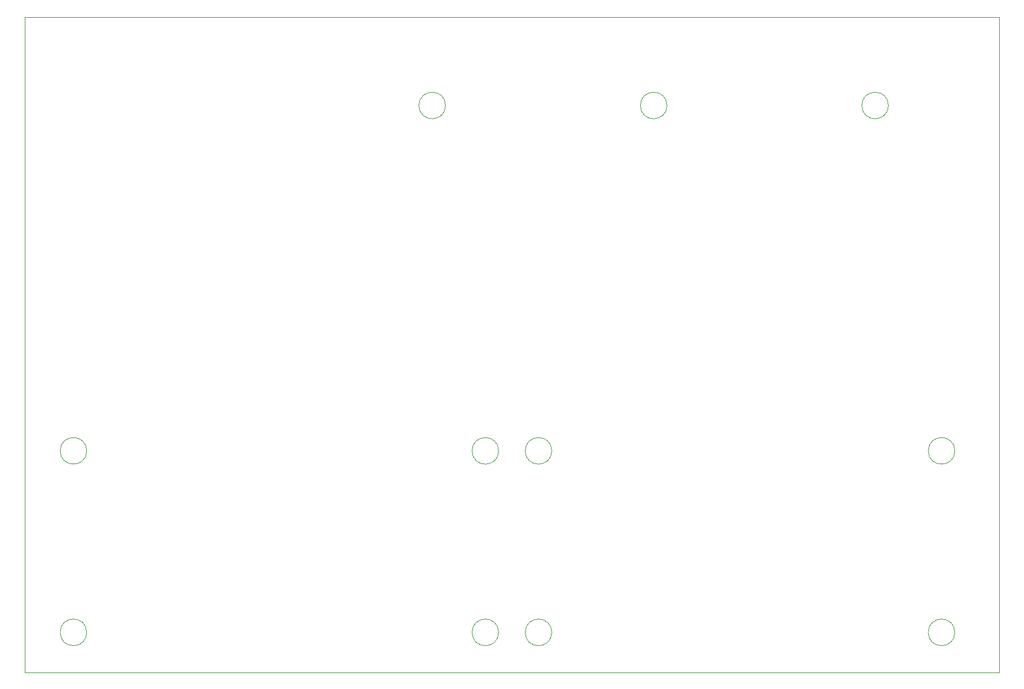
<source format=gbr>
%TF.GenerationSoftware,KiCad,Pcbnew,7.0.5*%
%TF.CreationDate,2023-12-08T14:16:09+03:00*%
%TF.ProjectId,wireFeeding,77697265-4665-4656-9469-6e672e6b6963,rev?*%
%TF.SameCoordinates,Original*%
%TF.FileFunction,Profile,NP*%
%FSLAX46Y46*%
G04 Gerber Fmt 4.6, Leading zero omitted, Abs format (unit mm)*
G04 Created by KiCad (PCBNEW 7.0.5) date 2023-12-08 14:16:09*
%MOMM*%
%LPD*%
G01*
G04 APERTURE LIST*
%TA.AperFunction,Profile*%
%ADD10C,0.100000*%
%TD*%
G04 APERTURE END LIST*
D10*
X190500000Y-119380000D02*
X190500000Y-25400000D01*
X126365000Y-87630000D02*
G75*
G03*
X126365000Y-87630000I-1905000J0D01*
G01*
X184150000Y-113665000D02*
G75*
G03*
X184150000Y-113665000I-1905000J0D01*
G01*
X174625000Y-38100000D02*
G75*
G03*
X174625000Y-38100000I-1905000J0D01*
G01*
X50800000Y-119380000D02*
X190500000Y-119380000D01*
X59690000Y-87630000D02*
G75*
G03*
X59690000Y-87630000I-1905000J0D01*
G01*
X126365000Y-113665000D02*
G75*
G03*
X126365000Y-113665000I-1905000J0D01*
G01*
X118745000Y-113665000D02*
G75*
G03*
X118745000Y-113665000I-1905000J0D01*
G01*
X118745000Y-87630000D02*
G75*
G03*
X118745000Y-87630000I-1905000J0D01*
G01*
X50800000Y-25400000D02*
X50800000Y-119380000D01*
X184150000Y-87630000D02*
G75*
G03*
X184150000Y-87630000I-1905000J0D01*
G01*
X142875000Y-38100000D02*
G75*
G03*
X142875000Y-38100000I-1905000J0D01*
G01*
X190500000Y-25400000D02*
X50800000Y-25400000D01*
X59690000Y-113665000D02*
G75*
G03*
X59690000Y-113665000I-1905000J0D01*
G01*
X111125000Y-38100000D02*
G75*
G03*
X111125000Y-38100000I-1905000J0D01*
G01*
M02*

</source>
